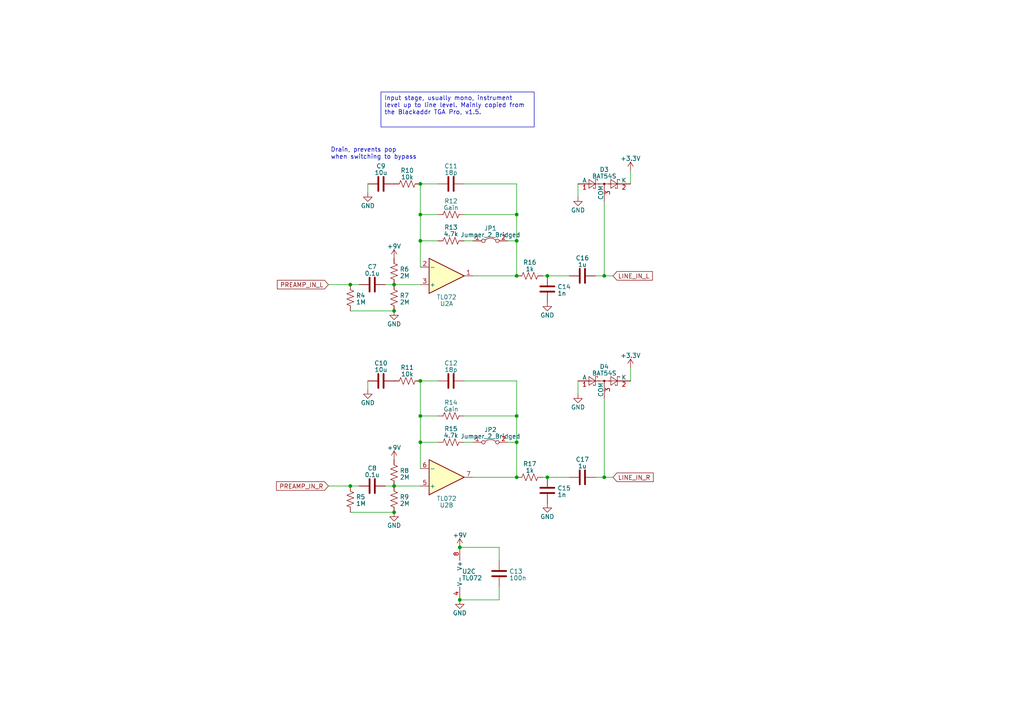
<source format=kicad_sch>
(kicad_sch (version 20230121) (generator eeschema)
  (paper "A4")
  (lib_symbols
    (symbol "Amplifier_Operational:TL072" (pin_names (offset 0.127))
      (property "Reference" "U" (at 0 5.08 0))
      (property "Value" "TL072" (at 0 -5.08 0))
      (symbol "TL072_1_1"
        (polyline (pts (xy -5.08 5.08) (xy 5.08 0) (xy -5.08 -5.08) (xy -5.08 5.08)) (stroke (width 0.254)) (fill (type background)))
        (pin output line (at 7.62 0 180) (length 2.54) (name "~") (number "1"))
        (pin input line (at -7.62 -2.54 0) (length 2.54) (name "-") (number "2"))
        (pin input line (at -7.62 2.54 0) (length 2.54) (name "+") (number "3"))
      )
      (symbol "TL072_2_1"
        (polyline (pts (xy -5.08 5.08) (xy 5.08 0) (xy -5.08 -5.08) (xy -5.08 5.08)) (stroke (width 0.254)) (fill (type background)))
        (pin input line (at -7.62 2.54 0) (length 2.54) (name "+") (number "5"))
        (pin input line (at -7.62 -2.54 0) (length 2.54) (name "-") (number "6"))
        (pin output line (at 7.62 0 180) (length 2.54) (name "~") (number "7"))
      )
      (symbol "TL072_3_1"
        (pin power_in line (at -2.54 -7.62 90) (length 3.81) (name "V-") (number "4"))
        (pin power_in line (at -2.54 7.62 270) (length 3.81) (name "V+") (number "8"))
      )
    )
    (symbol "Device:C" (pin_numbers hide) (pin_names (offset 0.254))
      (property "Reference" "C" (at 0.635 2.54 0))
      (property "Value" "C" (at 0.635 -2.54 0))
      (symbol "C_0_1"
        (polyline (pts (xy -2.032 -0.762) (xy 2.032 -0.762)) (stroke (width 0.508)))
        (polyline (pts (xy -2.032 0.762) (xy 2.032 0.762)) (stroke (width 0.508)))
      )
      (symbol "C_1_1"
        (pin passive line (at 0 3.81 270) (length 2.794) (name "~") (number "1"))
        (pin passive line (at 0 -3.81 90) (length 2.794) (name "~") (number "2"))
      )
    )
    (symbol "Device:R_US" (pin_numbers hide) (pin_names (offset 0))
      (property "Reference" "R" (at 2.54 0 90))
      (property "Value" "R_US" (at -2.54 0 90))
      (symbol "R_US_0_1"
        (polyline (pts (xy 0 -2.286) (xy 0 -2.54)))
        (polyline (pts (xy 0 2.286) (xy 0 2.54)))
        (polyline (pts (xy 0 -0.762) (xy 1.016 -1.143) (xy 0 -1.524) (xy -1.016 -1.905) (xy 0 -2.286)))
        (polyline (pts (xy 0 0.762) (xy 1.016 0.381) (xy 0 0) (xy -1.016 -0.381) (xy 0 -0.762)))
        (polyline (pts (xy 0 2.286) (xy 1.016 1.905) (xy 0 1.524) (xy -1.016 1.143) (xy 0 0.762)))
      )
      (symbol "R_US_1_1"
        (pin passive line (at 0 3.81 270) (length 1.27) (name "~") (number "1"))
        (pin passive line (at 0 -3.81 90) (length 1.27) (name "~") (number "2"))
      )
    )
    (symbol "Diode:BAT54S" (pin_names (offset 0))
      (property "Reference" "D" (at 2.54 -5.08 0))
      (property "Value" "BAT54S" (at -6.35 3.175 0))
      (symbol "BAT54S_0_1"
        (polyline (pts (xy -3.81 0) (xy -1.27 0)))
        (polyline (pts (xy -3.175 -1.27) (xy -3.175 -1.016)))
        (polyline (pts (xy -2.54 -1.27) (xy -3.175 -1.27)))
        (polyline (pts (xy -2.54 -1.27) (xy -2.54 1.27)))
        (polyline (pts (xy -2.54 1.27) (xy -1.905 1.27)))
        (polyline (pts (xy -1.905 0) (xy 1.905 0)))
        (polyline (pts (xy -1.905 1.27) (xy -1.905 1.016)))
        (polyline (pts (xy 1.27 0) (xy 3.81 0)))
        (polyline (pts (xy 3.175 -1.27) (xy 3.175 -1.016)))
        (polyline (pts (xy 3.81 -1.27) (xy 3.175 -1.27)))
        (polyline (pts (xy 3.81 -1.27) (xy 3.81 1.27)))
        (polyline (pts (xy 3.81 1.27) (xy 4.445 1.27)))
        (polyline (pts (xy 4.445 1.27) (xy 4.445 1.016)))
        (polyline (pts (xy -4.445 1.27) (xy -4.445 -1.27) (xy -2.54 0) (xy -4.445 1.27)))
        (polyline (pts (xy 1.905 1.27) (xy 1.905 -1.27) (xy 3.81 0) (xy 1.905 1.27)))
        (circle (center 0 0) (radius 0.254) (fill (type outline)))
      )
      (symbol "BAT54S_1_1"
        (pin passive line (at -7.62 0 0) (length 3.81) (name "A") (number "1"))
        (pin passive line (at 7.62 0 180) (length 3.81) (name "K") (number "2"))
        (pin passive line (at 0 -5.08 90) (length 5.08) (name "COM") (number "3"))
      )
    )
    (symbol "Jumper:Jumper_2_Bridged" (pin_names (offset 0) hide)
      (property "Reference" "JP" (at 0 1.905 0))
      (property "Value" "Jumper_2_Bridged" (at 0 -2.54 0))
      (symbol "Jumper_2_Bridged_0_0"
        (circle (center -2.032 0) (radius 0.508))
        (circle (center 2.032 0) (radius 0.508))
      )
      (symbol "Jumper_2_Bridged_0_1"
        (arc (start 1.524 0.254) (mid 0 0.762) (end -1.524 0.254))
      )
      (symbol "Jumper_2_Bridged_1_1"
        (pin passive line (at -5.08 0 0) (length 2.54) (name "A") (number "1"))
        (pin passive line (at 5.08 0 180) (length 2.54) (name "B") (number "2"))
      )
    )
    (symbol "power:+3.3V" (power) (pin_names (offset 0))
      (property "Value" "+3.3V" (at 0 3.556 0))
      (symbol "+3.3V_0_1"
        (polyline (pts (xy -0.762 1.27) (xy 0 2.54)))
        (polyline (pts (xy 0 0) (xy 0 2.54)))
        (polyline (pts (xy 0 2.54) (xy 0.762 1.27)))
      )
      (symbol "+3.3V_1_1"
        (pin power_in line (at 0 0 90) (length 0) hide (name "+3.3V") (number "1"))
      )
    )
    (symbol "power:+9V" (power) (pin_names (offset 0))
      (property "Value" "+9V" (at 0 3.556 0))
      (symbol "+9V_0_1"
        (polyline (pts (xy -0.762 1.27) (xy 0 2.54)))
        (polyline (pts (xy 0 0) (xy 0 2.54)))
        (polyline (pts (xy 0 2.54) (xy 0.762 1.27)))
      )
      (symbol "+9V_1_1"
        (pin power_in line (at 0 0 90) (length 0) hide (name "+9V") (number "1"))
      )
    )
    (symbol "power:GND" (power) (pin_names (offset 0))
      (property "Value" "GND" (at 0 -3.81 0))
      (symbol "GND_0_1"
        (polyline (pts (xy 0 0) (xy 0 -1.27) (xy 1.27 -1.27) (xy 0 -2.54) (xy -1.27 -1.27) (xy 0 -1.27)))
      )
      (symbol "GND_1_1"
        (pin power_in line (at 0 0 270) (length 0) hide (name "GND") (number "1"))
      )
    )
  )
  (junction (at 121.92 128.27))
  (junction (at 114.3 82.55))
  (junction (at 121.92 110.49))
  (junction (at 175.26 138.43))
  (junction (at 158.75 80.01))
  (junction (at 121.92 120.65))
  (junction (at 121.92 69.85))
  (junction (at 149.86 128.27))
  (junction (at 175.26 80.01))
  (junction (at 149.86 69.85))
  (junction (at 133.35 158.75))
  (junction (at 101.6 82.55))
  (junction (at 121.92 62.23))
  (junction (at 114.3 140.97))
  (junction (at 158.75 138.43))
  (junction (at 149.86 138.43))
  (junction (at 114.3 148.59))
  (junction (at 121.92 53.34))
  (junction (at 101.6 140.97))
  (junction (at 149.86 120.65))
  (junction (at 149.86 62.23))
  (junction (at 149.86 80.01))
  (junction (at 114.3 90.17))
  (junction (at 133.35 173.99))
  (wire (pts (xy 175.26 138.43) (xy 177.8 138.43)))
  (wire (pts (xy 101.6 140.97) (xy 104.14 140.97)))
  (wire (pts (xy 149.86 62.23) (xy 149.86 69.85)))
  (wire (pts (xy 147.32 69.85) (xy 149.86 69.85)))
  (wire (pts (xy 121.92 120.65) (xy 121.92 110.49)))
  (wire (pts (xy 101.6 90.17) (xy 114.3 90.17)))
  (wire (pts (xy 134.62 53.34) (xy 149.86 53.34)))
  (wire (pts (xy 149.86 53.34) (xy 149.86 62.23)))
  (wire (pts (xy 114.3 140.97) (xy 121.92 140.97)))
  (wire (pts (xy 158.75 138.43) (xy 165.1 138.43)))
  (wire (pts (xy 106.68 110.49) (xy 106.68 113.03)))
  (wire (pts (xy 149.86 120.65) (xy 149.86 128.27)))
  (wire (pts (xy 133.35 158.75) (xy 144.78 158.75)))
  (wire (pts (xy 149.86 110.49) (xy 149.86 120.65)))
  (wire (pts (xy 121.92 69.85) (xy 121.92 62.23)))
  (wire (pts (xy 175.26 80.01) (xy 175.26 58.42)))
  (wire (pts (xy 121.92 110.49) (xy 127 110.49)))
  (wire (pts (xy 134.62 110.49) (xy 149.86 110.49)))
  (wire (pts (xy 127 128.27) (xy 121.92 128.27)))
  (wire (pts (xy 95.25 82.55) (xy 101.6 82.55)))
  (wire (pts (xy 101.6 82.55) (xy 104.14 82.55)))
  (wire (pts (xy 144.78 170.18) (xy 144.78 173.99)))
  (wire (pts (xy 106.68 53.34) (xy 106.68 55.88)))
  (wire (pts (xy 121.92 62.23) (xy 121.92 53.34)))
  (wire (pts (xy 111.76 82.55) (xy 114.3 82.55)))
  (wire (pts (xy 147.32 128.27) (xy 149.86 128.27)))
  (wire (pts (xy 175.26 80.01) (xy 177.8 80.01)))
  (wire (pts (xy 121.92 120.65) (xy 127 120.65)))
  (wire (pts (xy 134.62 69.85) (xy 137.16 69.85)))
  (wire (pts (xy 172.72 138.43) (xy 175.26 138.43)))
  (wire (pts (xy 149.86 80.01) (xy 137.16 80.01)))
  (wire (pts (xy 127 69.85) (xy 121.92 69.85)))
  (wire (pts (xy 167.64 53.34) (xy 167.64 57.15)))
  (wire (pts (xy 158.75 80.01) (xy 165.1 80.01)))
  (wire (pts (xy 134.62 62.23) (xy 149.86 62.23)))
  (wire (pts (xy 149.86 69.85) (xy 149.86 80.01)))
  (wire (pts (xy 157.48 80.01) (xy 158.75 80.01)))
  (wire (pts (xy 175.26 138.43) (xy 175.26 115.57)))
  (wire (pts (xy 111.76 140.97) (xy 114.3 140.97)))
  (wire (pts (xy 121.92 128.27) (xy 121.92 135.89)))
  (wire (pts (xy 182.88 106.68) (xy 182.88 110.49)))
  (wire (pts (xy 121.92 62.23) (xy 127 62.23)))
  (wire (pts (xy 144.78 173.99) (xy 133.35 173.99)))
  (wire (pts (xy 182.88 49.53) (xy 182.88 53.34)))
  (wire (pts (xy 114.3 82.55) (xy 121.92 82.55)))
  (wire (pts (xy 134.62 128.27) (xy 137.16 128.27)))
  (wire (pts (xy 121.92 128.27) (xy 121.92 120.65)))
  (wire (pts (xy 172.72 80.01) (xy 175.26 80.01)))
  (wire (pts (xy 144.78 158.75) (xy 144.78 162.56)))
  (wire (pts (xy 167.64 110.49) (xy 167.64 114.3)))
  (wire (pts (xy 149.86 138.43) (xy 137.16 138.43)))
  (wire (pts (xy 149.86 128.27) (xy 149.86 138.43)))
  (wire (pts (xy 95.25 140.97) (xy 101.6 140.97)))
  (wire (pts (xy 157.48 138.43) (xy 158.75 138.43)))
  (wire (pts (xy 121.92 53.34) (xy 127 53.34)))
  (wire (pts (xy 134.62 120.65) (xy 149.86 120.65)))
  (wire (pts (xy 121.92 69.85) (xy 121.92 77.47)))
  (wire (pts (xy 101.6 148.59) (xy 114.3 148.59)))
  (text_box "Input stage, usually mono, instrument level up to line level. Mainly copied from the Blackaddr TGA Pro, v1.5." (at 110.49 26.67 0) (size 44.45 10.16) (effects (font (size 1.27 1.27)) (justify left top)))
  (text "Drain, prevents pop\nwhen switching to bypass" (at 95.885 46.355 0) (effects (font (size 1.27 1.27)) (justify left bottom)))
  (global_label "LINE_IN_R" (shape input) (at 177.8 138.43 0) (property "Intersheetrefs" "${INTERSHEET_REFS}" (effects hide)))
  (global_label "LINE_IN_L" (shape input) (at 177.8 80.01 0) (property "Intersheetrefs" "${INTERSHEET_REFS}" (effects hide)))
  (global_label "PREAMP_IN_L" (shape input) (at 95.25 82.55 180) (property "Intersheetrefs" "${INTERSHEET_REFS}" (effects hide)))
  (global_label "PREAMP_IN_R" (shape input) (at 95.25 140.97 180) (property "Intersheetrefs" "${INTERSHEET_REFS}" (effects hide)))
  (symbol (lib_id "Device:C") (at 130.81 110.49 90) (unit 1)
    (property "Reference" "C12" (at 130.81 105.3211 90))
    (property "Value" "18p" (at 130.81 107.2421 90))
    (property "Footprint" "Capacitor_SMD:C_0603_1608Metric" (effects hide))
  )
  (symbol (lib_id "Amplifier_Operational:TL072") (at 129.54 138.43 0) (mirror x) (unit 2)
    (property "Reference" "U2" (at 129.54 146.5199 0))
    (property "Value" "TL072" (at 129.54 144.5989 0))
    (property "Footprint" "Package_SO:SOIC-8_3.9x4.9mm_P1.27mm" (effects hide))
    (property "Datasheet" "http://www.ti.com/lit/ds/symlink/tl071.pdf" (effects hide))
    (instances (project "stomp_00" (path "" (reference "U2") (unit 2)) (path "" (reference "U3") (unit 2))))
  )
  (symbol (lib_id "Device:R_US") (at 153.67 80.01 90) (unit 1)
    (property "Reference" "R16" (at 153.67 76.1111 90))
    (property "Value" "1k" (at 153.67 78.0321 90))
    (property "Footprint" "Resistor_SMD:R_0603_1608Metric" (effects hide))
  )
  (symbol (lib_id "power:GND") (at 114.3 148.59 0) (unit 1)
    (property "Reference" "#PWR022" (effects hide))
    (property "Value" "GND" (at 114.3 152.4 0))
  )
  (symbol (lib_id "Device:C") (at 110.49 110.49 90) (unit 1)
    (property "Reference" "C10" (at 110.49 105.3211 90))
    (property "Value" "10u" (at 110.49 107.2421 90))
    (property "Footprint" "Capacitor_SMD:C_0603_1608Metric" (effects hide))
  )
  (symbol (lib_id "Device:R_US") (at 118.11 53.34 90) (unit 1)
    (property "Reference" "R10" (at 118.11 49.4411 90))
    (property "Value" "10k" (at 118.11 51.3621 90))
    (property "Footprint" "Resistor_SMD:R_0603_1608Metric" (effects hide))
  )
  (symbol (lib_id "Device:R_US") (at 114.3 144.78 0) (unit 1)
    (property "Reference" "R9" (at 115.951 144.1363 0) (effects (justify left)))
    (property "Value" "2M" (at 115.951 146.0573 0) (effects (justify left)))
    (property "Footprint" "Resistor_SMD:R_0603_1608Metric" (effects hide))
  )
  (symbol (lib_id "power:+9V") (at 133.35 158.75 0) (unit 1)
    (property "Reference" "#PWR023" (effects hide))
    (property "Value" "+9V" (at 133.35 155.2481 0))
  )
  (symbol (lib_id "Device:C") (at 168.91 138.43 270) (unit 1)
    (property "Reference" "C17" (at 168.91 133.2611 90))
    (property "Value" "1u" (at 168.91 135.1821 90))
    (property "Footprint" "Capacitor_SMD:C_0603_1608Metric" (effects hide))
  )
  (symbol (lib_id "Device:R_US") (at 114.3 78.74 0) (unit 1)
    (property "Reference" "R6" (at 115.951 78.0963 0) (effects (justify left)))
    (property "Value" "2M" (at 115.951 80.0173 0) (effects (justify left)))
    (property "Footprint" "Resistor_SMD:R_0603_1608Metric" (effects hide))
  )
  (symbol (lib_id "Device:R_US") (at 101.6 86.36 0) (unit 1)
    (property "Reference" "R4" (at 103.251 85.7163 0) (effects (justify left)))
    (property "Value" "1M" (at 103.251 87.6373 0) (effects (justify left)))
    (property "Footprint" "Resistor_SMD:R_0603_1608Metric" (effects hide))
  )
  (symbol (lib_id "Amplifier_Operational:TL072") (at 135.89 166.37 0) (unit 3)
    (property "Reference" "U2" (at 133.985 165.7263 0) (effects (justify left)))
    (property "Value" "TL072" (at 133.985 167.6473 0) (effects (justify left)))
    (property "Footprint" "Package_SO:SOIC-8_3.9x4.9mm_P1.27mm" (effects hide))
    (property "Datasheet" "http://www.ti.com/lit/ds/symlink/tl071.pdf" (effects hide))
    (instances (project "stomp_00" (path "" (reference "U2") (unit 3)) (path "" (reference "U3") (unit 3))))
  )
  (symbol (lib_id "power:+3.3V") (at 182.88 49.53 0) (unit 1)
    (property "Reference" "#PWR029" (effects hide))
    (property "Value" "+3.3V" (at 182.88 45.974 0))
  )
  (symbol (lib_id "Device:R_US") (at 130.81 120.65 90) (unit 1)
    (property "Reference" "R14" (at 130.81 116.7511 90))
    (property "Value" "Gain" (at 130.81 118.6721 90))
    (property "Footprint" "Resistor_THT:R_Axial_DIN0207_L6.3mm_D2.5mm_P7.62mm_Horizontal" (effects hide))
  )
  (symbol (lib_id "Device:R_US") (at 114.3 137.16 0) (unit 1)
    (property "Reference" "R8" (at 115.951 136.5163 0) (effects (justify left)))
    (property "Value" "2M" (at 115.951 138.4373 0) (effects (justify left)))
    (property "Footprint" "Resistor_SMD:R_0603_1608Metric" (effects hide))
  )
  (symbol (lib_id "power:GND") (at 158.75 146.05 0) (unit 1)
    (property "Reference" "#PWR026" (effects hide))
    (property "Value" "GND" (at 158.75 149.86 0))
  )
  (symbol (lib_id "power:GND") (at 106.68 55.88 0) (unit 1)
    (property "Reference" "#PWR017" (effects hide))
    (property "Value" "GND" (at 106.68 59.69 0))
  )
  (symbol (lib_id "power:GND") (at 167.64 114.3 0) (unit 1)
    (property "Reference" "#PWR028" (effects hide))
    (property "Value" "GND" (at 167.64 118.11 0))
  )
  (symbol (lib_id "Jumper:Jumper_2_Bridged") (at 142.24 128.27 0) (unit 1)
    (property "Reference" "JP2" (at 142.24 124.6251 0))
    (property "Value" "Jumper_2_Bridged" (at 142.24 126.5461 0))
    (property "Footprint" "Jumper:SolderJumper-2_P1.3mm_Bridged2Bar_RoundedPad1.0x1.5mm" (effects hide))
  )
  (symbol (lib_id "power:+9V") (at 114.3 133.35 0) (unit 1)
    (property "Reference" "#PWR021" (effects hide))
    (property "Value" "+9V" (at 114.3 129.8481 0))
  )
  (symbol (lib_id "power:GND") (at 167.64 57.15 0) (unit 1)
    (property "Reference" "#PWR027" (effects hide))
    (property "Value" "GND" (at 167.64 60.96 0))
  )
  (symbol (lib_id "Device:R_US") (at 118.11 110.49 90) (unit 1)
    (property "Reference" "R11" (at 118.11 106.5911 90))
    (property "Value" "10k" (at 118.11 108.5121 90))
    (property "Footprint" "Resistor_SMD:R_0603_1608Metric" (effects hide))
  )
  (symbol (lib_id "Amplifier_Operational:TL072") (at 129.54 80.01 0) (mirror x) (unit 1)
    (property "Reference" "U2" (at 129.54 88.0999 0))
    (property "Value" "TL072" (at 129.54 86.1789 0))
    (property "Footprint" "Package_SO:SOIC-8_3.9x4.9mm_P1.27mm" (effects hide))
    (property "Datasheet" "http://www.ti.com/lit/ds/symlink/tl071.pdf" (effects hide))
    (instances (project "stomp_00" (path "" (reference "U2") (unit 1)) (path "" (reference "U3") (unit 1))))
  )
  (symbol (lib_id "Device:C") (at 158.75 142.24 0) (unit 1)
    (property "Reference" "C15" (at 161.671 141.5963 0) (effects (justify left)))
    (property "Value" "1n" (at 161.671 143.5173 0) (effects (justify left)))
    (property "Footprint" "Capacitor_SMD:C_0603_1608Metric" (effects hide))
  )
  (symbol (lib_id "Diode:BAT54S") (at 175.26 110.49 0) (unit 1)
    (property "Reference" "D4" (at 175.26 106.3371 0))
    (property "Value" "BAT54S" (at 175.26 108.2581 0))
    (property "Footprint" "Package_TO_SOT_SMD:SOT-23" (effects hide))
    (property "Datasheet" "https://www.diodes.com/assets/Datasheets/ds11005.pdf" (effects hide))
  )
  (symbol (lib_id "power:GND") (at 133.35 173.99 0) (unit 1)
    (property "Reference" "#PWR024" (effects hide))
    (property "Value" "GND" (at 133.35 177.8 0))
  )
  (symbol (lib_id "Device:R_US") (at 130.81 62.23 90) (unit 1)
    (property "Reference" "R12" (at 130.81 58.3311 90))
    (property "Value" "Gain" (at 130.81 60.2521 90))
    (property "Footprint" "Resistor_THT:R_Axial_DIN0207_L6.3mm_D2.5mm_P7.62mm_Horizontal" (effects hide))
  )
  (symbol (lib_id "Device:C") (at 158.75 83.82 0) (unit 1)
    (property "Reference" "C14" (at 161.671 83.1763 0) (effects (justify left)))
    (property "Value" "1n" (at 161.671 85.0973 0) (effects (justify left)))
    (property "Footprint" "Capacitor_SMD:C_0603_1608Metric" (effects hide))
  )
  (symbol (lib_id "Device:R_US") (at 130.81 69.85 90) (unit 1)
    (property "Reference" "R13" (at 130.81 65.9511 90))
    (property "Value" "4.7k" (at 130.81 67.8721 90))
    (property "Footprint" "Resistor_SMD:R_0603_1608Metric" (effects hide))
  )
  (symbol (lib_id "Device:R_US") (at 101.6 144.78 0) (unit 1)
    (property "Reference" "R5" (at 103.251 144.1363 0) (effects (justify left)))
    (property "Value" "1M" (at 103.251 146.0573 0) (effects (justify left)))
    (property "Footprint" "Resistor_SMD:R_0603_1608Metric" (effects hide))
  )
  (symbol (lib_id "Device:R_US") (at 130.81 128.27 90) (unit 1)
    (property "Reference" "R15" (at 130.81 124.3711 90))
    (property "Value" "4.7k" (at 130.81 126.2921 90))
    (property "Footprint" "Resistor_SMD:R_0603_1608Metric" (effects hide))
  )
  (symbol (lib_id "power:GND") (at 114.3 90.17 0) (unit 1)
    (property "Reference" "#PWR020" (effects hide))
    (property "Value" "GND" (at 114.3 93.98 0))
  )
  (symbol (lib_id "Jumper:Jumper_2_Bridged") (at 142.24 69.85 0) (unit 1)
    (property "Reference" "JP1" (at 142.24 66.2051 0))
    (property "Value" "Jumper_2_Bridged" (at 142.24 68.1261 0))
    (property "Footprint" "Jumper:SolderJumper-2_P1.3mm_Bridged2Bar_RoundedPad1.0x1.5mm" (effects hide))
  )
  (symbol (lib_id "power:+3.3V") (at 182.88 106.68 0) (unit 1)
    (property "Reference" "#PWR030" (effects hide))
    (property "Value" "+3.3V" (at 182.88 103.124 0))
  )
  (symbol (lib_id "power:GND") (at 158.75 87.63 0) (unit 1)
    (property "Reference" "#PWR025" (effects hide))
    (property "Value" "GND" (at 158.75 91.44 0))
  )
  (symbol (lib_id "Device:R_US") (at 114.3 86.36 0) (unit 1)
    (property "Reference" "R7" (at 115.951 85.7163 0) (effects (justify left)))
    (property "Value" "2M" (at 115.951 87.6373 0) (effects (justify left)))
    (property "Footprint" "Resistor_SMD:R_0603_1608Metric" (effects hide))
  )
  (symbol (lib_id "Device:R_US") (at 153.67 138.43 90) (unit 1)
    (property "Reference" "R17" (at 153.67 134.5311 90))
    (property "Value" "1k" (at 153.67 136.4521 90))
    (property "Footprint" "Resistor_SMD:R_0603_1608Metric" (effects hide))
  )
  (symbol (lib_id "Diode:BAT54S") (at 175.26 53.34 0) (unit 1)
    (property "Reference" "D3" (at 175.26 49.1871 0))
    (property "Value" "BAT54S" (at 175.26 51.1081 0))
    (property "Footprint" "Package_TO_SOT_SMD:SOT-23" (effects hide))
    (property "Datasheet" "https://www.diodes.com/assets/Datasheets/ds11005.pdf" (effects hide))
  )
  (symbol (lib_id "Device:C") (at 168.91 80.01 270) (unit 1)
    (property "Reference" "C16" (at 168.91 74.8411 90))
    (property "Value" "1u" (at 168.91 76.7621 90))
    (property "Footprint" "Capacitor_SMD:C_0603_1608Metric" (effects hide))
  )
  (symbol (lib_id "power:GND") (at 106.68 113.03 0) (unit 1)
    (property "Reference" "#PWR018" (effects hide))
    (property "Value" "GND" (at 106.68 116.84 0))
  )
  (symbol (lib_id "Device:C") (at 107.95 140.97 90) (unit 1)
    (property "Reference" "C8" (at 107.95 135.8011 90))
    (property "Value" "0.1u" (at 107.95 137.7221 90))
    (property "Footprint" "Capacitor_SMD:C_0603_1608Metric" (effects hide))
  )
  (symbol (lib_id "Device:C") (at 107.95 82.55 90) (unit 1)
    (property "Reference" "C7" (at 107.95 77.3811 90))
    (property "Value" "0.1u" (at 107.95 79.3021 90))
    (property "Footprint" "Capacitor_SMD:C_0603_1608Metric" (effects hide))
  )
  (symbol (lib_id "Device:C") (at 130.81 53.34 90) (unit 1)
    (property "Reference" "C11" (at 130.81 48.1711 90))
    (property "Value" "18p" (at 130.81 50.0921 90))
    (property "Footprint" "Capacitor_SMD:C_0603_1608Metric" (effects hide))
  )
  (symbol (lib_id "Device:C") (at 110.49 53.34 90) (unit 1)
    (property "Reference" "C9" (at 110.49 48.1711 90))
    (property "Value" "10u" (at 110.49 50.0921 90))
    (property "Footprint" "Capacitor_SMD:C_0603_1608Metric" (effects hide))
  )
  (symbol (lib_id "Device:C") (at 144.78 166.37 180) (unit 1)
    (property "Reference" "C13" (at 147.701 165.7263 0) (effects (justify right)))
    (property "Value" "100n" (at 147.701 167.6473 0) (effects (justify right)))
    (property "Footprint" "Capacitor_SMD:C_0603_1608Metric" (effects hide))
  )
  (symbol (lib_id "power:+9V") (at 114.3 74.93 0) (unit 1)
    (property "Reference" "#PWR019" (effects hide))
    (property "Value" "+9V" (at 114.3 71.4281 0))
  )
)
</source>
